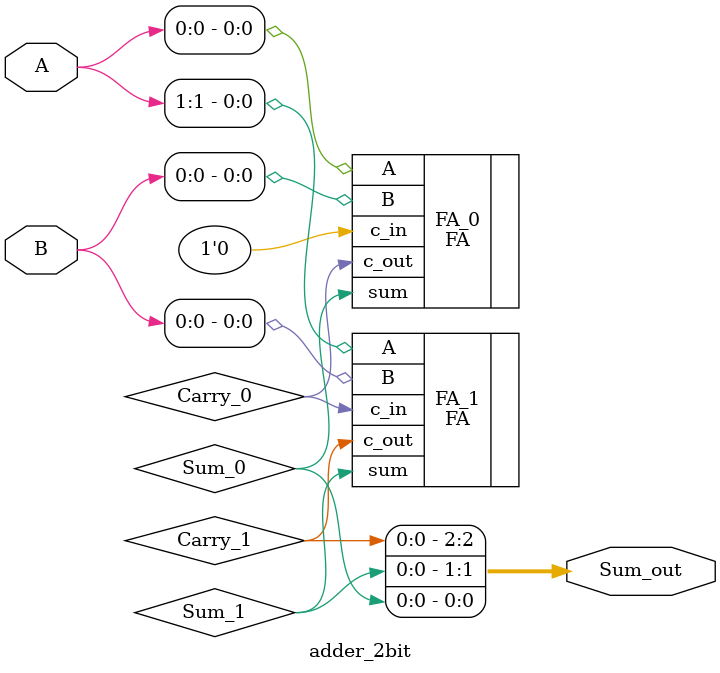
<source format=v>
`timescale 1ns / 1ps


module adder_2bit(
    input [1:0] A,
    input [1:0] B,
    output [2:0] Sum_out
    );
    
    wire Carry_0, Carry_1, Sum_0, Sum_1;
    localparam ZERO = 1'b0;
    
    assign Sum_out = {Carry_1, Sum_1, Sum_0};
    
    FA
        FA_0(.A(A[0]), .B(B[0]), .c_in(ZERO), .c_out(Carry_0), .sum(Sum_0)),
        FA_1(.A(A[1]), .B(B[0]), .c_in(Carry_0), .c_out(Carry_1), .sum(Sum_1));        

endmodule

</source>
